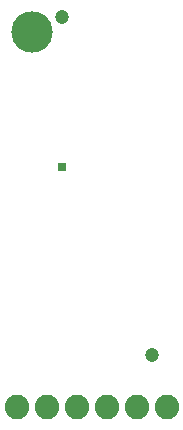
<source format=gbs>
G75*
%MOIN*%
%OFA0B0*%
%FSLAX25Y25*%
%IPPOS*%
%LPD*%
%AMOC8*
5,1,8,0,0,1.08239X$1,22.5*
%
%ADD10C,0.08200*%
%ADD11C,0.13800*%
%ADD12C,0.04737*%
%ADD13R,0.02800X0.02800*%
D10*
X0178333Y0055000D03*
X0188333Y0055000D03*
X0198333Y0055000D03*
X0208333Y0055000D03*
X0218333Y0055000D03*
X0228333Y0055000D03*
D11*
X0183333Y0180000D03*
D12*
X0193333Y0185000D03*
X0223333Y0072500D03*
D13*
X0193333Y0135000D03*
M02*

</source>
